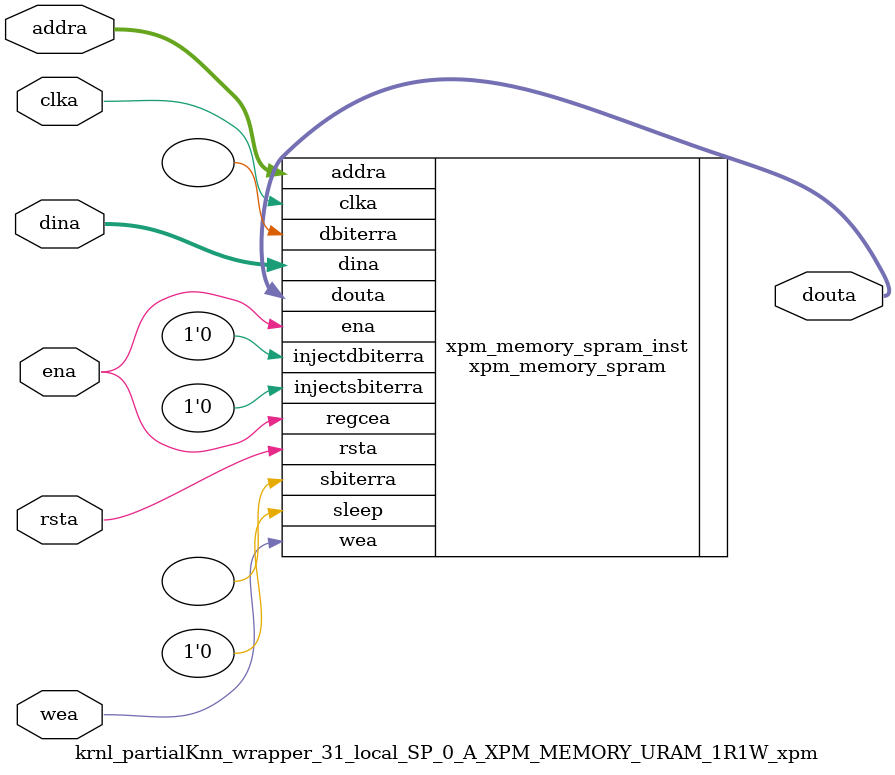
<source format=v>
`timescale 1 ns / 1 ps
module krnl_partialKnn_wrapper_31_local_SP_0_A_XPM_MEMORY_URAM_1R1W_xpm # (
  // Common module parameters
  parameter integer                 MEMORY_SIZE        = 524288,
  parameter                         MEMORY_PRIMITIVE   = "ultra",
  parameter                         ECC_MODE           = "no_ecc",
  parameter                         MEMORY_INIT_FILE   = "none",
  parameter                         WAKEUP_TIME        = "disable_sleep",
  parameter integer                 MESSAGE_CONTROL    = 0,
  // Port A module parameters
  parameter integer                 WRITE_DATA_WIDTH_A = 256,
  parameter integer                 READ_DATA_WIDTH_A  = WRITE_DATA_WIDTH_A,
  parameter integer                 BYTE_WRITE_WIDTH_A = WRITE_DATA_WIDTH_A,
  parameter integer                 ADDR_WIDTH_A       = 11,
  parameter                         READ_RESET_VALUE_A = "0",
  parameter integer                 READ_LATENCY_A     = 1,
  parameter                         WRITE_MODE_A       = "read_first"
) (
  // Port A module ports
  input  wire                                               clka,
  input  wire                                               rsta,
  input  wire                                               ena,
  input  wire [(WRITE_DATA_WIDTH_A/BYTE_WRITE_WIDTH_A)-1:0] wea,
  input  wire [ADDR_WIDTH_A-1:0]                            addra,
  input  wire [WRITE_DATA_WIDTH_A-1:0]                      dina,
  output wire [READ_DATA_WIDTH_A-1:0]                       douta
);
// Set parameter values and connect ports to instantiate an XPM_MEMORY single port RAM configuration
xpm_memory_spram # (
  // Common module parameters
  .MEMORY_SIZE        (MEMORY_SIZE),   //positive integer
  .MEMORY_PRIMITIVE   (MEMORY_PRIMITIVE),      //string; "auto", "distributed", "block" or "ultra";
  .ECC_MODE           (ECC_MODE),      //do not change
  .MEMORY_INIT_FILE   (MEMORY_INIT_FILE), //string; "none" or "<filename>.mem" 
  .MEMORY_INIT_PARAM  (""), //string;
  .WAKEUP_TIME        (WAKEUP_TIME),      //string; "disable_sleep" or "use_sleep_pin"
  .MESSAGE_CONTROL    (MESSAGE_CONTROL),      //do not change
  // Port A module parameters
  .WRITE_DATA_WIDTH_A (WRITE_DATA_WIDTH_A),     //positive integer
  .READ_DATA_WIDTH_A  (READ_DATA_WIDTH_A),     //positive integer
  .BYTE_WRITE_WIDTH_A (BYTE_WRITE_WIDTH_A),     //integer; 8, 9, or WRITE_DATA_WIDTH_A value
  .ADDR_WIDTH_A       (ADDR_WIDTH_A),      //positive integer
  .READ_RESET_VALUE_A (READ_RESET_VALUE_A),  //string
  .READ_LATENCY_A     (READ_LATENCY_A),      //non-negative integer
  .WRITE_MODE_A       (WRITE_MODE_A)       //string; "write_first", "read_first", "no_change"
) xpm_memory_spram_inst (
  // Common module ports
  .sleep          (1'b0),  //do not change
  // Port A module ports
  .clka           (clka),
  .rsta           (rsta),
  .ena            (ena),
  .regcea         (ena),
  .wea            (wea),
  .addra          (addra),
  .dina           (dina),
  .injectsbiterra (1'b0),  //do not change
  .injectdbiterra (1'b0),  //do not change
  .douta          (douta),
  .sbiterra       (),      //do not change
  .dbiterra       ()       //do not change
);
endmodule
</source>
